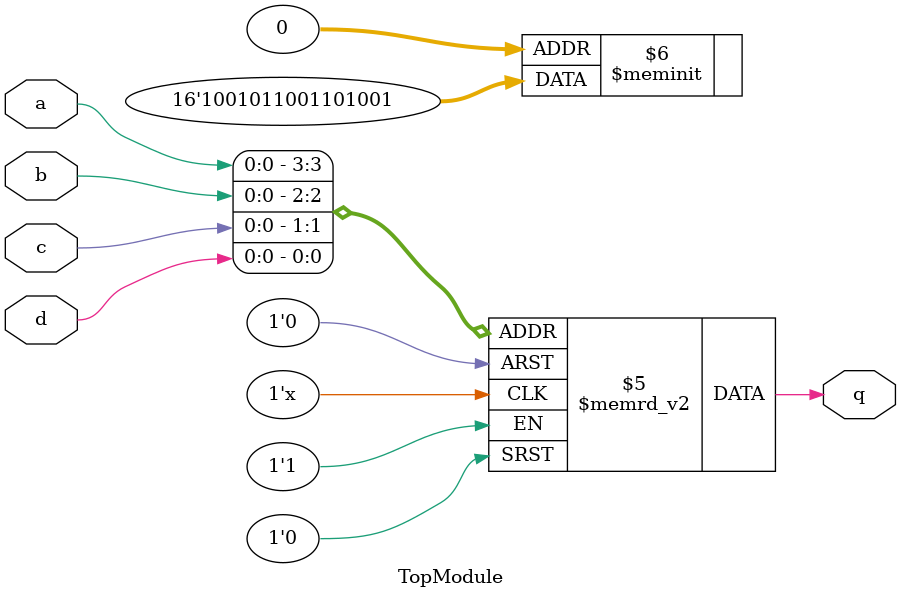
<source format=sv>
module TopModule (
    input logic a,
    input logic b,
    input logic c,
    input logic d,
    output logic q
);

initial begin
    q = 1; // Initialize q to 1 at the start of simulation
end

always @(*) begin
    case ({a, b, c, d})
        4'b0000: q = 1;
        4'b0001: q = 0;
        4'b0010: q = 0;
        4'b0011: q = 1;
        4'b0100: q = 0;
        4'b0101: q = 1;
        4'b0110: q = 1;
        4'b0111: q = 0;
        4'b1000: q = 0;
        4'b1001: q = 1;
        4'b1010: q = 1;
        4'b1011: q = 0;
        4'b1100: q = 1;
        4'b1101: q = 0;
        4'b1110: q = 0;
        4'b1111: q = 1;
        default: q = 1; // Default case to handle unknown states
    endcase
end

endmodule
</source>
